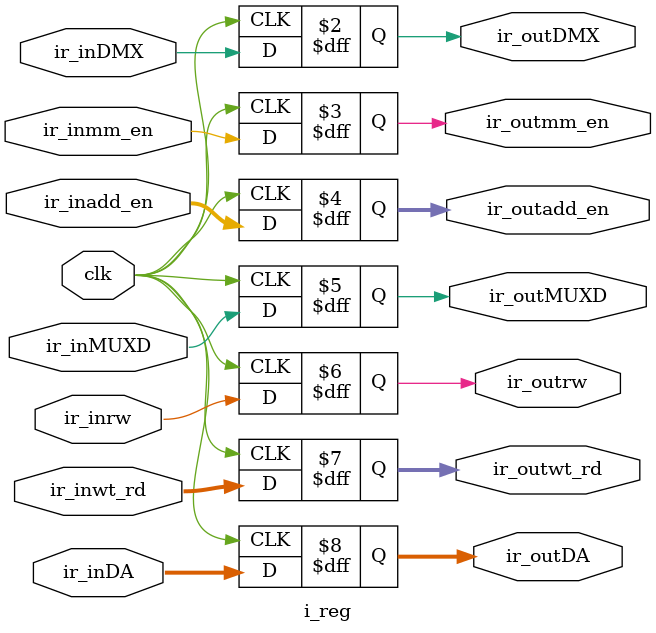
<source format=v>
`timescale 1ns / 1ps

module i_reg 
//#(  parameter IN_MSB = 3,
//    parameter OUT_MSB = 3)
  #(  parameter IR_BIT_WIDTH = 4 )
(   input clk,
    //input [IN_MSB-1:0] ir_in,
    //output reg [IN_MSB - OUT_MSB:0] ir_nxt,
    //output reg [OUT_MSB:0] ir_out
    input ir_inDMX, 
    input ir_inmm_en, 
    input [1:0] ir_inadd_en, 
    input ir_inMUXD, 
    input ir_inrw, 
    input [1:0] ir_inwt_rd,
    input [IR_BIT_WIDTH - 1:0] ir_inDA,
    output reg ir_outDMX, 
    output reg ir_outmm_en, 
    output reg [1:0] ir_outadd_en, 
    output reg ir_outMUXD, 
    output reg ir_outrw,
    output reg [1:0] ir_outwt_rd,
    output reg [IR_BIT_WIDTH - 1:0] ir_outDA
    );

    always@(posedge clk) 
    begin
        /*ir_nxt <= ir_in[IN_MSB - (OUT_MSB):0]; //trim off the top
        ir_out <= ir_in[IN_MSB - 1:IN_MSB - OUT_MSB]; //send outputs
        */
       ir_outDMX   <=  ir_inDMX;    
       ir_outmm_en  <=  ir_inmm_en;   
       ir_outadd_en <=  ir_inadd_en;  
       ir_outMUXD   <=  ir_inMUXD;    
       ir_outrw     <=  ir_inrw;  
       ir_outwt_rd  <=  ir_inwt_rd;    
       ir_outDA     <=  ir_inDA;
    end
endmodule

</source>
